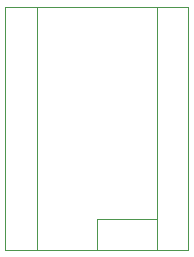
<source format=gbr>
%TF.GenerationSoftware,KiCad,Pcbnew,9.0.0*%
%TF.CreationDate,2025-05-04T10:31:08+10:00*%
%TF.ProjectId,A1_THB,41315f54-4842-42e6-9b69-6361645f7063,rev?*%
%TF.SameCoordinates,Original*%
%TF.FileFunction,Legend,Bot*%
%TF.FilePolarity,Positive*%
%FSLAX46Y46*%
G04 Gerber Fmt 4.6, Leading zero omitted, Abs format (unit mm)*
G04 Created by KiCad (PCBNEW 9.0.0) date 2025-05-04 10:31:08*
%MOMM*%
%LPD*%
G01*
G04 APERTURE LIST*
%ADD10C,0.120000*%
G04 APERTURE END LIST*
D10*
%TO.C,M1*%
X62810707Y-61053000D02*
X62810707Y-81627000D01*
X67890707Y-78960000D02*
X67890707Y-81630000D01*
X72970707Y-78960000D02*
X67890707Y-78960000D01*
X72970707Y-78960000D02*
X72970707Y-61053000D01*
X72970707Y-78960000D02*
X72970707Y-81627000D01*
X75640707Y-81630000D02*
X60140707Y-81630000D01*
X60140707Y-61050000D01*
X75640707Y-61050000D01*
X75640707Y-81630000D01*
%TD*%
M02*

</source>
